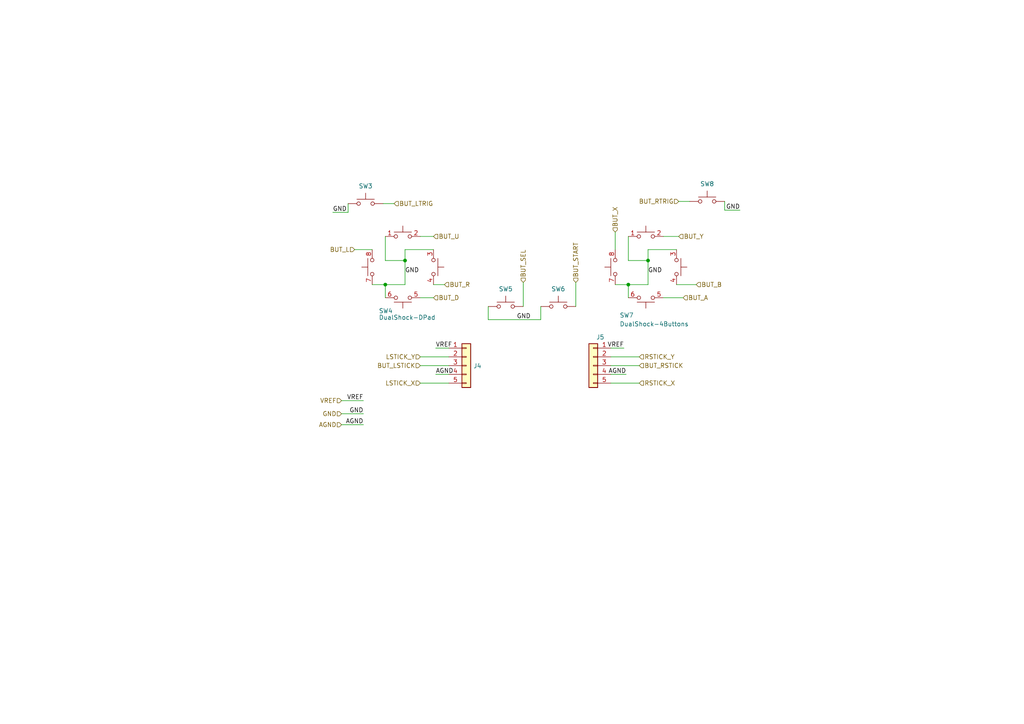
<source format=kicad_sch>
(kicad_sch (version 20210621) (generator eeschema)
  (paper "A4")
  (title_block (title "Buttons") (date "2019-11-10") (rev "A") (company "Justin Alexander"))
  (lib_symbols
    (symbol "Switch:SW_Push" (pin_numbers hide) (pin_names (offset 1.016) hide)
      (property "Reference" "SW" (at 1.27 2.54 0))
      (property "Value" "SW_Push" (at 0 -1.524 0))
      (symbol "SW_Push_0_1"
        (circle (center -2.032 0) (radius 0.508))
        (circle (center 2.032 0) (radius 0.508))
        (polyline (pts (xy 0 1.27) (xy 0 3.048)))
        (polyline (pts (xy 2.54 1.27) (xy -2.54 1.27)))
        (pin passive line (at -5.08 0 0) (length 2.54) (name "1") (number "1"))
        (pin passive line (at 5.08 0 180) (length 2.54) (name "2") (number "2"))
      )
    )
    (symbol "parts-lib:DualShock-4Buttons" (pin_names (offset 1.016) hide)
      (property "Reference" "SW" (at 1.27 11.43 0))
      (property "Value" "DualShock-4Buttons" (at 0 -15.113 0))
      (symbol "DualShock-4Buttons_0_1"
        (circle (center -8.89 -2.032) (radius 0.508))
        (circle (center -8.89 2.032) (radius 0.508))
        (circle (center -2.032 -8.89) (radius 0.508))
        (circle (center -2.032 8.89) (radius 0.508))
        (circle (center 2.032 -8.89) (radius 0.508))
        (circle (center 2.032 8.89) (radius 0.508))
        (circle (center 8.89 -2.032) (radius 0.508))
        (circle (center 8.89 2.032) (radius 0.508))
        (polyline (pts (xy -10.16 0) (xy -11.938 0)))
        (polyline (pts (xy -10.16 2.54) (xy -10.16 -2.54)))
        (polyline (pts (xy -2.54 -10.16) (xy 2.54 -10.16)))
        (polyline (pts (xy 0 -10.16) (xy 0 -11.938)))
        (polyline (pts (xy 0 10.16) (xy 0 11.938)))
        (polyline (pts (xy 2.54 10.16) (xy -2.54 10.16)))
        (polyline (pts (xy 10.16 -2.54) (xy 10.16 2.54)))
        (polyline (pts (xy 10.16 0) (xy 11.938 0)))
        (pin passive line (at -5.08 8.89 0) (length 2.54) (name "1") (number "1"))
        (pin passive line (at 5.08 8.89 180) (length 2.54) (name "2") (number "2"))
        (pin passive line (at 8.89 5.08 270) (length 2.54) (name "3") (number "3"))
        (pin passive line (at 8.89 -5.08 90) (length 2.54) (name "4") (number "4"))
        (pin passive line (at 5.08 -8.89 180) (length 2.54) (name "5") (number "5"))
        (pin passive line (at -5.08 -8.89 0) (length 2.54) (name "6") (number "6"))
        (pin passive line (at -8.89 -5.08 90) (length 2.54) (name "7") (number "7"))
        (pin passive line (at -8.89 5.08 270) (length 2.54) (name "8") (number "8"))
      )
    )
    (symbol "parts-lib:DualShock-DPad" (pin_names (offset 1.016) hide)
      (property "Reference" "SW" (at 1.27 11.43 0))
      (property "Value" "DualShock-DPad" (at 0 -15.113 0))
      (symbol "DualShock-DPad_0_1"
        (circle (center -8.89 -2.032) (radius 0.508))
        (circle (center -8.89 2.032) (radius 0.508))
        (circle (center -2.032 -8.89) (radius 0.508))
        (circle (center -2.032 8.89) (radius 0.508))
        (circle (center 2.032 -8.89) (radius 0.508))
        (circle (center 2.032 8.89) (radius 0.508))
        (circle (center 8.89 -2.032) (radius 0.508))
        (circle (center 8.89 2.032) (radius 0.508))
        (polyline (pts (xy -10.16 0) (xy -11.938 0)))
        (polyline (pts (xy -10.16 2.54) (xy -10.16 -2.54)))
        (polyline (pts (xy -2.54 -10.16) (xy 2.54 -10.16)))
        (polyline (pts (xy 0 -10.16) (xy 0 -11.938)))
        (polyline (pts (xy 0 10.16) (xy 0 11.938)))
        (polyline (pts (xy 2.54 10.16) (xy -2.54 10.16)))
        (polyline (pts (xy 10.16 -2.54) (xy 10.16 2.54)))
        (polyline (pts (xy 10.16 0) (xy 11.938 0)))
        (pin passive line (at -5.08 8.89 0) (length 2.54) (name "1") (number "1"))
        (pin passive line (at 5.08 8.89 180) (length 2.54) (name "2") (number "2"))
        (pin passive line (at 8.89 5.08 270) (length 2.54) (name "3") (number "3"))
        (pin passive line (at 8.89 -5.08 90) (length 2.54) (name "4") (number "4"))
        (pin passive line (at 5.08 -8.89 180) (length 2.54) (name "5") (number "5"))
        (pin passive line (at -5.08 -8.89 0) (length 2.54) (name "6") (number "6"))
        (pin passive line (at -8.89 -5.08 90) (length 2.54) (name "7") (number "7"))
        (pin passive line (at -8.89 5.08 270) (length 2.54) (name "8") (number "8"))
      )
    )
    (symbol "parts-lib:FPC_1x5_TopContact_P=0.5mm" (pin_names (offset 1.016) hide)
      (property "Reference" "J" (at 0 7.62 0))
      (symbol "FPC_1x5_TopContact_P=0.5mm_1_1"
        (rectangle (start -1.27 -4.953) (end 0 -5.207) (stroke (width 0.1524)))
        (rectangle (start -1.27 -2.413) (end 0 -2.667) (stroke (width 0.1524)))
        (rectangle (start -1.27 0.127) (end 0 -0.127) (stroke (width 0.1524)))
        (rectangle (start -1.27 2.667) (end 0 2.413) (stroke (width 0.1524)))
        (rectangle (start -1.27 5.207) (end 0 4.953) (stroke (width 0.1524)))
        (rectangle (start -1.27 6.35) (end 1.27 -6.35) (stroke (width 0.254)) (fill (type background)))
        (pin passive line (at -5.08 5.08 0) (length 3.81) (name "Pin_1") (number "1"))
        (pin passive line (at -5.08 2.54 0) (length 3.81) (name "Pin_2") (number "2"))
        (pin passive line (at -5.08 0 0) (length 3.81) (name "Pin_3") (number "3"))
        (pin passive line (at -5.08 -2.54 0) (length 3.81) (name "Pin_4") (number "4"))
        (pin passive line (at -5.08 -5.08 0) (length 3.81) (name "Pin_5") (number "5"))
      )
    )
  )
  (junction (at 111.76 82.55) (diameter 0.9144))
  (junction (at 117.475 75.565) (diameter 0.9144))
  (junction (at 182.245 82.55) (diameter 0.9144))
  (junction (at 187.96 75.565) (diameter 0.9144))
  (wire (pts (xy 96.52 61.595) (xy 100.965 61.595)))
  (wire (pts (xy 99.06 116.205) (xy 105.41 116.205)))
  (wire (pts (xy 99.06 120.015) (xy 105.41 120.015)))
  (wire (pts (xy 99.06 123.19) (xy 105.41 123.19)))
  (wire (pts (xy 100.965 59.055) (xy 100.965 61.595)))
  (wire (pts (xy 102.87 72.39) (xy 107.95 72.39)))
  (wire (pts (xy 107.95 82.55) (xy 111.76 82.55)))
  (wire (pts (xy 111.125 59.055) (xy 114.3 59.055)))
  (wire (pts (xy 111.76 68.58) (xy 111.76 75.565)))
  (wire (pts (xy 111.76 75.565) (xy 117.475 75.565)))
  (wire (pts (xy 111.76 82.55) (xy 117.475 82.55)))
  (wire (pts (xy 111.76 86.36) (xy 111.76 82.55)))
  (wire (pts (xy 117.475 72.39) (xy 117.475 75.565)))
  (wire (pts (xy 117.475 82.55) (xy 117.475 75.565)))
  (wire (pts (xy 121.92 86.36) (xy 125.73 86.36)))
  (wire (pts (xy 121.92 106.045) (xy 130.175 106.045)))
  (wire (pts (xy 121.92 111.125) (xy 130.175 111.125)))
  (wire (pts (xy 125.73 68.58) (xy 121.92 68.58)))
  (wire (pts (xy 125.73 72.39) (xy 117.475 72.39)))
  (wire (pts (xy 125.73 82.55) (xy 128.905 82.55)))
  (wire (pts (xy 126.365 108.585) (xy 130.175 108.585)))
  (wire (pts (xy 130.175 100.965) (xy 126.365 100.965)))
  (wire (pts (xy 130.175 103.505) (xy 121.92 103.505)))
  (wire (pts (xy 141.605 88.9) (xy 141.605 92.71)))
  (wire (pts (xy 141.605 92.71) (xy 156.845 92.71)))
  (wire (pts (xy 151.765 88.9) (xy 151.765 81.915)))
  (wire (pts (xy 156.845 92.71) (xy 156.845 88.9)))
  (wire (pts (xy 167.005 81.915) (xy 167.005 88.9)))
  (wire (pts (xy 177.165 100.965) (xy 180.975 100.965)))
  (wire (pts (xy 177.165 103.505) (xy 185.42 103.505)))
  (wire (pts (xy 177.165 108.585) (xy 181.61 108.585)))
  (wire (pts (xy 177.165 111.125) (xy 185.42 111.125)))
  (wire (pts (xy 178.435 72.39) (xy 178.435 67.31)))
  (wire (pts (xy 178.435 82.55) (xy 182.245 82.55)))
  (wire (pts (xy 182.245 68.58) (xy 182.245 75.565)))
  (wire (pts (xy 182.245 75.565) (xy 187.96 75.565)))
  (wire (pts (xy 182.245 82.55) (xy 187.96 82.55)))
  (wire (pts (xy 182.245 86.36) (xy 182.245 82.55)))
  (wire (pts (xy 185.42 106.045) (xy 177.165 106.045)))
  (wire (pts (xy 187.96 72.39) (xy 187.96 75.565)))
  (wire (pts (xy 187.96 82.55) (xy 187.96 75.565)))
  (wire (pts (xy 192.405 68.58) (xy 196.85 68.58)))
  (wire (pts (xy 192.405 86.36) (xy 198.12 86.36)))
  (wire (pts (xy 196.215 72.39) (xy 187.96 72.39)))
  (wire (pts (xy 196.215 82.55) (xy 201.93 82.55)))
  (wire (pts (xy 200.025 58.42) (xy 196.85 58.42)))
  (wire (pts (xy 210.185 58.42) (xy 210.185 60.96)))
  (wire (pts (xy 214.63 60.96) (xy 210.185 60.96)))
  (label "GND" (at 96.52 61.595 0))
  (label "VREF" (at 105.41 116.205 180))
  (label "GND" (at 105.41 120.015 180))
  (label "AGND" (at 105.41 123.19 180))
  (label "GND" (at 117.475 79.375 0))
  (label "VREF" (at 126.365 100.965 0))
  (label "AGND" (at 126.365 108.585 0))
  (label "GND" (at 149.86 92.71 0))
  (label "VREF" (at 180.975 100.965 180))
  (label "AGND" (at 181.61 108.585 180))
  (label "GND" (at 187.96 79.375 0))
  (label "GND" (at 214.63 60.96 180))
  (hierarchical_label "VREF" (shape input) (at 99.06 116.205 180))
  (hierarchical_label "GND" (shape input) (at 99.06 120.015 180))
  (hierarchical_label "AGND" (shape input) (at 99.06 123.19 180))
  (hierarchical_label "BUT_L" (shape input) (at 102.87 72.39 180))
  (hierarchical_label "BUT_LTRIG" (shape input) (at 114.3 59.055 0))
  (hierarchical_label "LSTICK_Y" (shape input) (at 121.92 103.505 180))
  (hierarchical_label "BUT_LSTICK" (shape input) (at 121.92 106.045 180))
  (hierarchical_label "LSTICK_X" (shape input) (at 121.92 111.125 180))
  (hierarchical_label "BUT_U" (shape input) (at 125.73 68.58 0))
  (hierarchical_label "BUT_D" (shape input) (at 125.73 86.36 0))
  (hierarchical_label "BUT_R" (shape input) (at 128.905 82.55 0))
  (hierarchical_label "BUT_SEL" (shape input) (at 151.765 81.915 90))
  (hierarchical_label "BUT_START" (shape input) (at 167.005 81.915 90))
  (hierarchical_label "BUT_X" (shape input) (at 178.435 67.31 90))
  (hierarchical_label "RSTICK_Y" (shape input) (at 185.42 103.505 0))
  (hierarchical_label "BUT_RSTICK" (shape input) (at 185.42 106.045 0))
  (hierarchical_label "RSTICK_X" (shape input) (at 185.42 111.125 0))
  (hierarchical_label "BUT_RTRIG" (shape input) (at 196.85 58.42 180))
  (hierarchical_label "BUT_Y" (shape input) (at 196.85 68.58 0))
  (hierarchical_label "BUT_A" (shape input) (at 198.12 86.36 0))
  (hierarchical_label "BUT_B" (shape input) (at 201.93 82.55 0))
  (symbol (lib_id "Switch:SW_Push") (at 106.045 59.055 0) (unit 1)
    (property "Reference" "SW3" (at 106.045 53.975 0))
    (property "Value" "SW_Push" (effects hide))
    (property "Footprint" "Button_Switch_SMD:Panasonic_EVQPUL_EVQPUC" (effects hide))
    (property "Distributor" "LCSC" (effects hide))
    (property "Part No." "C79175" (effects hide))
  )
  (symbol (lib_id "Switch:SW_Push") (at 146.685 88.9 0) (unit 1)
    (property "Reference" "SW5" (at 146.685 83.82 0))
    (property "Value" "SW_Push" (effects hide))
    (property "Footprint" "Button_Switch_SMD:SW_SPST_PTS645" (effects hide))
  )
  (symbol (lib_id "Switch:SW_Push") (at 161.925 88.9 0) (unit 1)
    (property "Reference" "SW6" (at 161.925 83.82 0))
    (property "Value" "SW_Push" (effects hide))
    (property "Footprint" "Button_Switch_SMD:SW_SPST_PTS645" (effects hide))
  )
  (symbol (lib_id "Switch:SW_Push") (at 205.105 58.42 0) (mirror y) (unit 1)
    (property "Reference" "SW8" (at 205.105 53.34 0))
    (property "Value" "SW_Push" (effects hide))
    (property "Footprint" "Button_Switch_SMD:Panasonic_EVQPUL_EVQPUC" (effects hide))
    (property "Distributor" "LCSC" (effects hide))
    (property "Part No." "C79175" (effects hide))
  )
  (symbol (lib_id "parts-lib:FPC_1x5_TopContact_P=0.5mm") (at 135.255 106.045 0) (unit 1)
    (property "Reference" "J4" (at 137.287 106.1466 0) (effects (justify left)))
    (property "Value" "FPC_1x5_TopContact_P=0.5mm" (effects hide))
    (property "Footprint" "parts-lib:XKB-Enterprise_X05B20U05T_1x05_P0.50mm_Horizontal" (effects hide))
    (property "Datasheet" "https://datasheet.lcsc.com/szlcsc/1904181638_XKB-Enterprise-X05B20U05T_C388691.pdf" (effects hide))
    (property "Part No." "X05B20U05T" (effects hide))
    (property "Manufacturer" "XKB Enterprise" (effects hide))
    (property "Distributor" "LCSC" (effects hide))
    (property "Distributor Part No." "C388691" (effects hide))
    (property "Description" "FFC,FPC connector SMD, P=0.5mm, Top Contact, Slide Lock" (effects hide))
  )
  (symbol (lib_id "parts-lib:FPC_1x5_TopContact_P=0.5mm") (at 172.085 106.045 0) (mirror y) (unit 1)
    (property "Reference" "J5" (at 174.117 97.79 0))
    (property "Value" "FPC_1x5_TopContact_P=0.5mm" (effects hide))
    (property "Footprint" "parts-lib:XKB-Enterprise_X05B20U05T_1x05_P0.50mm_Horizontal" (effects hide))
    (property "Datasheet" "https://datasheet.lcsc.com/szlcsc/1904181638_XKB-Enterprise-X05B20U05T_C388691.pdf" (effects hide))
    (property "Part No." "X05B20U05T" (effects hide))
    (property "Manufacturer" "XKB Enterprise" (effects hide))
    (property "Distributor" "LCSC" (effects hide))
    (property "Distributor Part No." "C388691" (effects hide))
    (property "Description" "FFC,FPC connector SMD, P=0.5mm, Top Contact, Slide Lock" (effects hide))
  )
  (symbol (lib_id "parts-lib:DualShock-DPad") (at 116.84 77.47 0) (unit 1)
    (property "Reference" "SW4" (at 109.855 90.17 0) (effects (justify left)))
    (property "Value" "DualShock-DPad" (at 109.855 92.075 0) (effects (justify left)))
    (property "Footprint" "parts-lib:PS4-DualShock-CarbonPad-DPad" (effects hide))
  )
  (symbol (lib_id "parts-lib:DualShock-4Buttons") (at 187.325 77.47 0) (unit 1)
    (property "Reference" "SW7" (at 179.705 91.44 0) (effects (justify left)))
    (property "Value" "DualShock-4Buttons" (at 179.705 93.98 0) (effects (justify left)))
    (property "Footprint" "parts-lib:PS4-DualShock-CarbonPad-4Buttons" (effects hide))
  )
)
</source>
